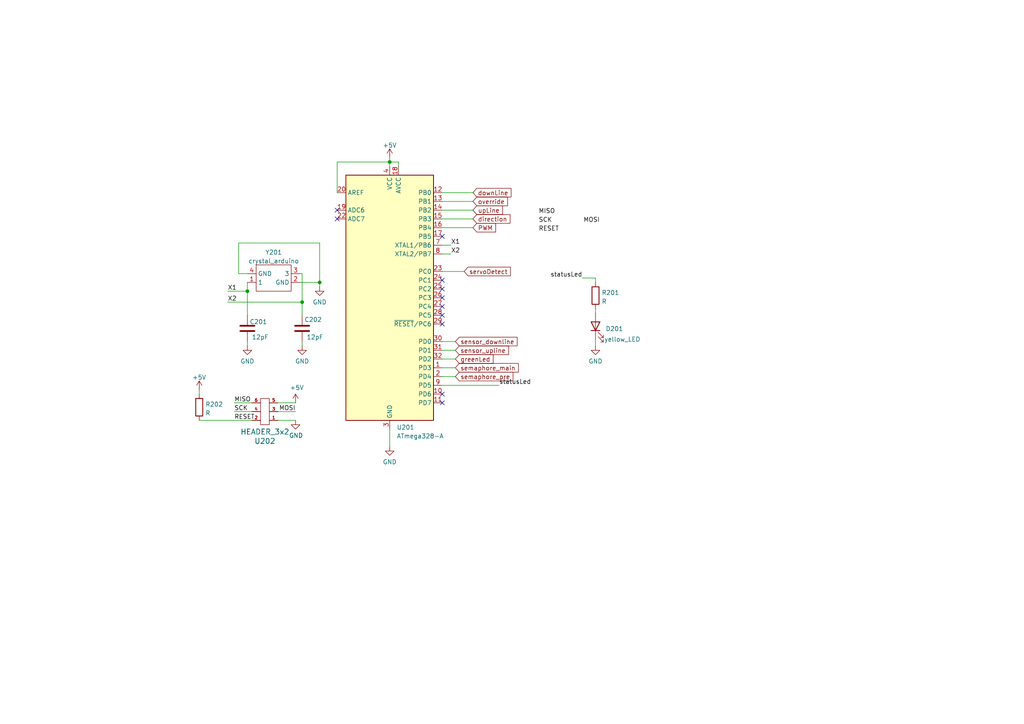
<source format=kicad_sch>
(kicad_sch (version 20211123) (generator eeschema)
  (paper "A4")
  (lib_symbols
    (symbol "Device:C" (pin_numbers hide) (pin_names (offset 0.254))
      (property "Reference" "C" (at 0.635 2.54 0))
      (property "Value" "C" (at 0.635 -2.54 0))
      (symbol "C_0_1"
        (polyline (pts (xy -2.032 -0.762) (xy 2.032 -0.762)) (stroke (width 0.508)))
        (polyline (pts (xy -2.032 0.762) (xy 2.032 0.762)) (stroke (width 0.508)))
      )
      (symbol "C_1_1"
        (pin passive line (at 0 3.81 270) (length 2.794) (name "~") (number "1"))
        (pin passive line (at 0 -3.81 90) (length 2.794) (name "~") (number "2"))
      )
    )
    (symbol "Device:LED" (pin_numbers hide) (pin_names (offset 1.016) hide)
      (property "Reference" "D" (at 0 2.54 0))
      (property "Value" "LED" (at 0 -2.54 0))
      (symbol "LED_0_1"
        (polyline (pts (xy -1.27 -1.27) (xy -1.27 1.27)) (stroke (width 0.254)))
        (polyline (pts (xy -1.27 0) (xy 1.27 0)))
        (polyline (pts (xy 1.27 -1.27) (xy 1.27 1.27) (xy -1.27 0) (xy 1.27 -1.27)) (stroke (width 0.254)))
        (polyline (pts (xy -3.048 -0.762) (xy -4.572 -2.286) (xy -3.81 -2.286) (xy -4.572 -2.286) (xy -4.572 -1.524)))
        (polyline (pts (xy -1.778 -0.762) (xy -3.302 -2.286) (xy -2.54 -2.286) (xy -3.302 -2.286) (xy -3.302 -1.524)))
      )
      (symbol "LED_1_1"
        (pin passive line (at -3.81 0 0) (length 2.54) (name "K") (number "1"))
        (pin passive line (at 3.81 0 180) (length 2.54) (name "A") (number "2"))
      )
    )
    (symbol "Device:R" (pin_numbers hide) (pin_names (offset 0))
      (property "Reference" "R" (at 2.032 0 90))
      (property "Value" "R" (at 0 0 90))
      (symbol "R_0_1"
        (rectangle (start -1.016 -2.54) (end 1.016 2.54) (stroke (width 0.254)))
      )
      (symbol "R_1_1"
        (pin passive line (at 0 3.81 270) (length 1.27) (name "~") (number "1"))
        (pin passive line (at 0 -3.81 90) (length 1.27) (name "~") (number "2"))
      )
    )
    (symbol "MCU_Microchip_ATmega:ATmega328-A"
      (property "Reference" "U" (at -12.7 36.83 0))
      (property "Value" "ATmega328-A" (at 2.54 -36.83 0))
      (symbol "ATmega328-A_0_1"
        (rectangle (start -12.7 -35.56) (end 12.7 35.56) (stroke (width 0.254)) (fill (type background)))
      )
      (symbol "ATmega328-A_1_1"
        (pin bidirectional line (at 15.24 -20.32 180) (length 2.54) (name "PD3") (number "1"))
        (pin bidirectional line (at 15.24 -27.94 180) (length 2.54) (name "PD6") (number "10"))
        (pin bidirectional line (at 15.24 -30.48 180) (length 2.54) (name "PD7") (number "11"))
        (pin bidirectional line (at 15.24 30.48 180) (length 2.54) (name "PB0") (number "12"))
        (pin bidirectional line (at 15.24 27.94 180) (length 2.54) (name "PB1") (number "13"))
        (pin bidirectional line (at 15.24 25.4 180) (length 2.54) (name "PB2") (number "14"))
        (pin bidirectional line (at 15.24 22.86 180) (length 2.54) (name "PB3") (number "15"))
        (pin bidirectional line (at 15.24 20.32 180) (length 2.54) (name "PB4") (number "16"))
        (pin bidirectional line (at 15.24 17.78 180) (length 2.54) (name "PB5") (number "17"))
        (pin power_in line (at 2.54 38.1 270) (length 2.54) (name "AVCC") (number "18"))
        (pin input line (at -15.24 25.4 0) (length 2.54) (name "ADC6") (number "19"))
        (pin bidirectional line (at 15.24 -22.86 180) (length 2.54) (name "PD4") (number "2"))
        (pin passive line (at -15.24 30.48 0) (length 2.54) (name "AREF") (number "20"))
        (pin passive line (at 0 -38.1 90) (length 2.54) hide (name "GND") (number "21"))
        (pin input line (at -15.24 22.86 0) (length 2.54) (name "ADC7") (number "22"))
        (pin bidirectional line (at 15.24 7.62 180) (length 2.54) (name "PC0") (number "23"))
        (pin bidirectional line (at 15.24 5.08 180) (length 2.54) (name "PC1") (number "24"))
        (pin bidirectional line (at 15.24 2.54 180) (length 2.54) (name "PC2") (number "25"))
        (pin bidirectional line (at 15.24 0 180) (length 2.54) (name "PC3") (number "26"))
        (pin bidirectional line (at 15.24 -2.54 180) (length 2.54) (name "PC4") (number "27"))
        (pin bidirectional line (at 15.24 -5.08 180) (length 2.54) (name "PC5") (number "28"))
        (pin bidirectional line (at 15.24 -7.62 180) (length 2.54) (name "~{RESET}/PC6") (number "29"))
        (pin power_in line (at 0 -38.1 90) (length 2.54) (name "GND") (number "3"))
        (pin bidirectional line (at 15.24 -12.7 180) (length 2.54) (name "PD0") (number "30"))
        (pin bidirectional line (at 15.24 -15.24 180) (length 2.54) (name "PD1") (number "31"))
        (pin bidirectional line (at 15.24 -17.78 180) (length 2.54) (name "PD2") (number "32"))
        (pin power_in line (at 0 38.1 270) (length 2.54) (name "VCC") (number "4"))
        (pin passive line (at 0 -38.1 90) (length 2.54) hide (name "GND") (number "5"))
        (pin passive line (at 0 38.1 270) (length 2.54) hide (name "VCC") (number "6"))
        (pin bidirectional line (at 15.24 15.24 180) (length 2.54) (name "XTAL1/PB6") (number "7"))
        (pin bidirectional line (at 15.24 12.7 180) (length 2.54) (name "XTAL2/PB7") (number "8"))
        (pin bidirectional line (at 15.24 -25.4 180) (length 2.54) (name "PD5") (number "9"))
      )
    )
    (symbol "custom_bas:crystal_arduino"
      (property "Reference" "Y" (at -2.54 0 0))
      (property "Value" "crystal_arduino" (at -1.27 2.54 0))
      (symbol "crystal_arduino_0_1"
        (rectangle (start -7.62 11.43) (end 2.54 3.81) (stroke (width 0.1524)))
      )
      (symbol "crystal_arduino_1_1"
        (pin passive line (at -10.16 6.35 0) (length 2.54) (name "1") (number "1"))
        (pin power_in line (at 5.08 6.35 180) (length 2.54) (name "GND") (number "2"))
        (pin passive line (at 5.08 8.89 180) (length 2.54) (name "3") (number "3"))
        (pin power_in line (at -10.16 8.89 0) (length 2.54) (name "GND") (number "4"))
      )
    )
    (symbol "power:+5V" (power) (pin_names (offset 0))
      (property "Value" "+5V" (at 0 3.556 0))
      (symbol "+5V_0_1"
        (polyline (pts (xy -0.762 1.27) (xy 0 2.54)))
        (polyline (pts (xy 0 0) (xy 0 2.54)))
        (polyline (pts (xy 0 2.54) (xy 0.762 1.27)))
      )
      (symbol "+5V_1_1"
        (pin power_in line (at 0 0 90) (length 0) hide (name "+5V") (number "1"))
      )
    )
    (symbol "power:GND" (power) (pin_names (offset 0))
      (property "Value" "GND" (at 0 -3.81 0))
      (symbol "GND_0_1"
        (polyline (pts (xy 0 0) (xy 0 -1.27) (xy 1.27 -1.27) (xy 0 -2.54) (xy -1.27 -1.27) (xy 0 -1.27)))
      )
      (symbol "GND_1_1"
        (pin power_in line (at 0 0 270) (length 0) hide (name "GND") (number "1"))
      )
    )
    (symbol "servoDriverSMD-rescue:HEADER_3x2-w_connectors" (pin_names (offset 0))
      (property "Reference" "J" (at 0 5.08 0))
      (property "Value" "HEADER_3x2-w_connectors" (at 0 -5.08 0))
      (symbol "HEADER_3x2-w_connectors_0_1"
        (rectangle (start 1.27 3.81) (end -1.27 -3.81))
      )
      (symbol "HEADER_3x2-w_connectors_1_1"
        (pin passive line (at -3.81 2.54 0) (length 2.54) (name "~") (number "1"))
        (pin passive line (at 3.81 2.54 180) (length 2.54) (name "~") (number "2"))
        (pin passive line (at -3.81 0 0) (length 2.54) (name "~") (number "3"))
        (pin passive line (at 3.81 0 180) (length 2.54) (name "~") (number "4"))
        (pin passive line (at -3.81 -2.54 0) (length 2.54) (name "~") (number "5"))
        (pin passive line (at 3.81 -2.54 180) (length 2.54) (name "~") (number "6"))
      )
    )
  )
  (junction (at 87.63 87.63))
  (junction (at 113.03 46.99))
  (junction (at 92.71 81.915))
  (junction (at 71.755 84.455))
  (no_connect (at 128.27 81.28))
  (no_connect (at 128.27 83.82))
  (no_connect (at 128.27 86.36))
  (no_connect (at 128.27 88.9))
  (no_connect (at 128.27 91.44))
  (no_connect (at 128.27 93.98))
  (no_connect (at 97.79 60.96))
  (no_connect (at 97.79 63.5))
  (no_connect (at 128.27 116.84))
  (no_connect (at 128.27 114.3))
  (no_connect (at 128.27 68.58))
  (wire (pts (xy 172.72 98.425) (xy 172.72 100.33)))
  (wire (pts (xy 115.57 46.99) (xy 113.03 46.99)))
  (wire (pts (xy 128.27 66.04) (xy 137.16 66.04)))
  (wire (pts (xy 73.025 119.38) (xy 67.945 119.38)))
  (wire (pts (xy 69.215 70.485) (xy 92.71 70.485)))
  (wire (pts (xy 113.03 124.46) (xy 113.03 129.54)))
  (wire (pts (xy 87.63 99.06) (xy 87.63 100.33)))
  (wire (pts (xy 57.785 121.92) (xy 73.025 121.92)))
  (wire (pts (xy 128.27 101.6) (xy 132.08 101.6)))
  (wire (pts (xy 92.71 81.915) (xy 86.995 81.915)))
  (wire (pts (xy 172.72 81.915) (xy 172.72 80.645)))
  (wire (pts (xy 69.215 79.375) (xy 69.215 70.485)))
  (wire (pts (xy 97.79 55.88) (xy 97.79 46.99)))
  (wire (pts (xy 128.27 58.42) (xy 137.16 58.42)))
  (wire (pts (xy 66.04 84.455) (xy 71.755 84.455)))
  (wire (pts (xy 87.63 79.375) (xy 87.63 87.63)))
  (wire (pts (xy 97.79 46.99) (xy 113.03 46.99)))
  (wire (pts (xy 69.215 79.375) (xy 71.755 79.375)))
  (wire (pts (xy 71.755 81.915) (xy 71.755 84.455)))
  (wire (pts (xy 128.27 63.5) (xy 137.16 63.5)))
  (wire (pts (xy 128.27 71.12) (xy 130.81 71.12)))
  (wire (pts (xy 172.72 80.645) (xy 168.91 80.645)))
  (wire (pts (xy 87.63 87.63) (xy 87.63 91.44)))
  (wire (pts (xy 128.27 109.22) (xy 132.08 109.22)))
  (wire (pts (xy 80.645 119.38) (xy 85.725 119.38)))
  (wire (pts (xy 87.63 79.375) (xy 86.995 79.375)))
  (wire (pts (xy 128.27 111.76) (xy 144.78 111.76)))
  (wire (pts (xy 80.645 116.84) (xy 85.725 116.84)))
  (wire (pts (xy 67.945 116.84) (xy 73.025 116.84)))
  (wire (pts (xy 172.72 89.535) (xy 172.72 90.805)))
  (wire (pts (xy 57.785 113.03) (xy 57.785 114.3)))
  (wire (pts (xy 71.755 99.06) (xy 71.755 100.33)))
  (wire (pts (xy 66.04 87.63) (xy 87.63 87.63)))
  (wire (pts (xy 92.71 70.485) (xy 92.71 81.915)))
  (wire (pts (xy 128.27 55.88) (xy 137.16 55.88)))
  (wire (pts (xy 128.27 60.96) (xy 137.16 60.96)))
  (wire (pts (xy 71.755 84.455) (xy 71.755 91.44)))
  (wire (pts (xy 113.03 45.72) (xy 113.03 46.99)))
  (wire (pts (xy 128.27 99.06) (xy 132.08 99.06)))
  (wire (pts (xy 128.27 104.14) (xy 132.08 104.14)))
  (wire (pts (xy 128.27 78.74) (xy 134.62 78.74)))
  (wire (pts (xy 128.27 106.68) (xy 132.08 106.68)))
  (wire (pts (xy 113.03 46.99) (xy 113.03 48.26)))
  (wire (pts (xy 80.645 121.92) (xy 85.725 121.92)))
  (wire (pts (xy 115.57 48.26) (xy 115.57 46.99)))
  (wire (pts (xy 92.71 81.915) (xy 92.71 83.185)))
  (wire (pts (xy 128.27 73.66) (xy 130.81 73.66)))
  (label "X2" (at 130.81 73.66 0))
  (label "MOSI" (at 85.725 119.38 180))
  (label "SCK" (at 67.945 119.38 0))
  (label "X2" (at 66.04 87.63 0))
  (label "X1" (at 130.81 71.12 0))
  (label "MISO" (at 67.945 116.84 0))
  (label "X1" (at 66.04 84.455 0))
  (label "statusLed" (at 144.78 111.76 0))
  (label "MOSI" (at 173.99 64.77 180))
  (label "SCK" (at 156.21 64.77 0))
  (label "statusLed" (at 168.91 80.645 180))
  (label "RESET" (at 67.945 121.92 0))
  (label "RESET" (at 156.21 67.31 0))
  (label "MISO" (at 156.21 62.23 0))
  (global_label "PWM" (shape input) (at 137.16 66.04 0) (property "Intersheet References" "${INTERSHEET_REFS}" (effects hide)))
  (global_label "upLine" (shape input) (at 137.16 60.96 0) (property "Intersheet References" "${INTERSHEET_REFS}" (effects hide)))
  (global_label "servoDetect" (shape input) (at 134.62 78.74 0) (property "Intersheet References" "${INTERSHEET_REFS}" (effects hide)))
  (global_label "semaphore_main" (shape input) (at 132.08 106.68 0) (property "Intersheet References" "${INTERSHEET_REFS}" (effects hide)))
  (global_label "semaphore_pre" (shape input) (at 132.08 109.22 0) (property "Intersheet References" "${INTERSHEET_REFS}" (effects hide)))
  (global_label "direction" (shape input) (at 137.16 63.5 0) (property "Intersheet References" "${INTERSHEET_REFS}" (effects hide)))
  (global_label "greenLed" (shape input) (at 132.08 104.14 0) (property "Intersheet References" "${INTERSHEET_REFS}" (effects hide)))
  (global_label "override" (shape input) (at 137.16 58.42 0) (property "Intersheet References" "${INTERSHEET_REFS}" (effects hide)))
  (global_label "sensor_downline" (shape input) (at 132.08 99.06 0) (property "Intersheet References" "${INTERSHEET_REFS}" (effects hide)))
  (global_label "downLine" (shape input) (at 137.16 55.88 0) (property "Intersheet References" "${INTERSHEET_REFS}" (effects hide)))
  (global_label "sensor_upline" (shape input) (at 132.08 101.6 0) (property "Intersheet References" "${INTERSHEET_REFS}" (effects hide)))
  (symbol (lib_id "custom_bas:crystal_arduino") (at 81.915 88.265 0) (unit 1)
    (property "Reference" "Y201" (at 79.375 73.186 0))
    (property "Value" "crystal_arduino" (at 79.375 75.7229 0))
    (property "Footprint" "custom_kicad_lib_sk:crystal_arduino" (effects hide))
    (property "JLCPCB Part#" "C13738" (effects hide))
  )
  (symbol (lib_id "power:+5V") (at 57.785 113.03 0) (unit 1)
    (property "Reference" "#PWR0206" (effects hide))
    (property "Value" "+5V" (at 57.785 109.4542 0))
  )
  (symbol (lib_id "power:GND") (at 85.725 121.92 0) (unit 1)
    (property "Reference" "#PWR0208" (effects hide))
    (property "Value" "GND" (at 85.852 126.3142 0))
  )
  (symbol (lib_id "Device:LED") (at 172.72 94.615 90) (unit 1)
    (property "Reference" "D201" (at 175.641 95.3678 90) (effects (justify right)))
    (property "Value" "yellow_LED" (at 175.26 98.425 90) (effects (justify right)))
    (property "Footprint" "LED_SMD:LED_0805_2012Metric_Pad1.15x1.40mm_HandSolder" (effects hide))
    (property "JLCPCB Part#" "C2296" (effects hide))
  )
  (symbol (lib_id "MCU_Microchip_ATmega:ATmega328-A") (at 113.03 86.36 0) (unit 1)
    (property "Reference" "U201" (at 115.0494 123.9504 0) (effects (justify left)))
    (property "Value" "ATmega328-A" (at 115.0494 126.4873 0) (effects (justify left)))
    (property "Footprint" "Package_QFP:TQFP-32_7x7mm_P0.8mm" (effects hide))
    (property "Datasheet" "http://ww1.microchip.com/downloads/en/DeviceDoc/ATmega328_P%20AVR%20MCU%20with%20picoPower%20Technology%20Data%20Sheet%2040001984A.pdf" (effects hide))
    (property "JLCPCB Part#" "C14877" (effects hide))
  )
  (symbol (lib_id "power:+5V") (at 113.03 45.72 0) (unit 1)
    (property "Reference" "#PWR0201" (effects hide))
    (property "Value" "+5V" (at 113.03 42.1442 0))
  )
  (symbol (lib_id "Device:R") (at 172.72 85.725 0) (unit 1)
    (property "Reference" "R201" (at 174.498 84.8903 0) (effects (justify left)))
    (property "Value" "R" (at 174.498 87.4272 0) (effects (justify left)))
    (property "Footprint" "Resistor_SMD:R_0805_2012Metric_Pad1.20x1.40mm_HandSolder" (effects hide))
  )
  (symbol (lib_id "Device:R") (at 57.785 118.11 0) (unit 1)
    (property "Reference" "R202" (at 59.563 117.2753 0) (effects (justify left)))
    (property "Value" "R" (at 59.563 119.8122 0) (effects (justify left)))
    (property "Footprint" "Resistor_SMD:R_0805_2012Metric_Pad1.20x1.40mm_HandSolder" (effects hide))
    (property "JLCPCB Part#" "C17902" (effects hide))
  )
  (symbol (lib_id "power:GND") (at 113.03 129.54 0) (unit 1)
    (property "Reference" "#PWR0209" (effects hide))
    (property "Value" "GND" (at 113.03 133.9834 0))
  )
  (symbol (lib_id "power:GND") (at 172.72 100.33 0) (unit 1)
    (property "Reference" "#PWR0205" (effects hide))
    (property "Value" "GND" (at 172.72 104.7734 0))
  )
  (symbol (lib_id "power:GND") (at 87.63 100.33 0) (unit 1)
    (property "Reference" "#PWR0204" (effects hide))
    (property "Value" "GND" (at 87.63 104.7734 0))
  )
  (symbol (lib_id "power:GND") (at 71.755 100.33 0) (unit 1)
    (property "Reference" "#PWR0203" (effects hide))
    (property "Value" "GND" (at 71.755 104.7734 0))
  )
  (symbol (lib_id "power:GND") (at 92.71 83.185 0) (unit 1)
    (property "Reference" "#PWR0202" (effects hide))
    (property "Value" "GND" (at 92.71 87.6284 0))
  )
  (symbol (lib_id "power:+5V") (at 85.725 116.84 0) (unit 1)
    (property "Reference" "#PWR0207" (effects hide))
    (property "Value" "+5V" (at 86.106 112.4458 0))
  )
  (symbol (lib_id "servoDriverSMD-rescue:HEADER_3x2-w_connectors") (at 76.835 119.38 180) (unit 1)
    (property "Reference" "U202" (at 76.835 127.9398 0) (effects (font (size 1.524 1.524))))
    (property "Value" "HEADER_3x2" (at 76.835 125.2474 0) (effects (font (size 1.524 1.524))))
    (property "Footprint" "Connector_PinSocket_1.27mm:PinSocket_2x03_P1.27mm_Vertical" (effects hide))
  )
  (symbol (lib_id "Device:C") (at 87.63 95.25 180) (unit 1)
    (property "Reference" "C202" (at 88.265 92.71 0) (effects (justify right)))
    (property "Value" "12pF" (at 88.9 97.79 0) (effects (justify right)))
    (property "Footprint" "Capacitor_SMD:C_0603_1608Metric" (effects hide))
    (property "JLCPCB Part#" "C1792" (effects hide))
  )
  (symbol (lib_id "Device:C") (at 71.755 95.25 180) (unit 1)
    (property "Reference" "C201" (at 72.39 93.345 0) (effects (justify right)))
    (property "Value" "12pF" (at 73.025 97.79 0) (effects (justify right)))
    (property "Footprint" "Capacitor_SMD:C_0603_1608Metric" (effects hide))
  )
)
</source>
